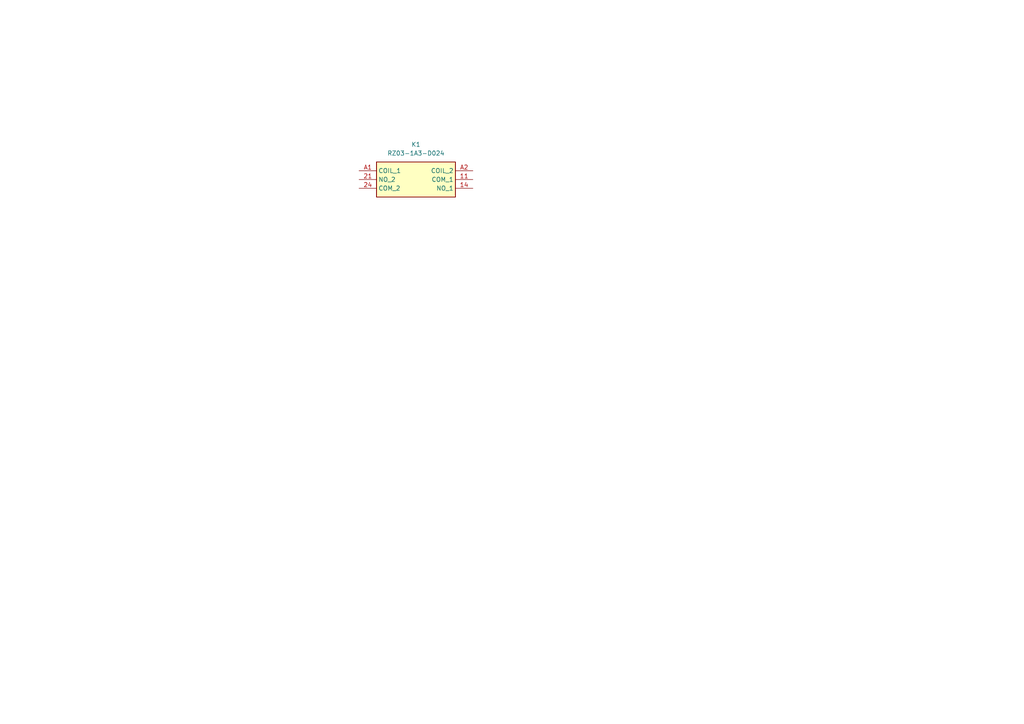
<source format=kicad_sch>
(kicad_sch (version 20250114) (generator "eeschema") (generator_version "9.0")
  (paper "A4")
  (lib_symbols
    (symbol ".Amplifier_Symbols:RZ03-1A3-D024"
      (property "Reference" "K" (at 29.21 7.62 0))
      (property "Value" "RZ03-1A3-D024" (at 29.21 5.08 0))
      (symbol "RZ03-1A3-D024_1_1"
        (rectangle (start 5.08 2.54) (end 27.94 -7.62) (stroke (width 0.254)) (fill (type background)))
        (pin passive line (at 0 0 0) (length 5.08) (name "COIL_1") (number "A1"))
        (pin passive line (at 0 -2.54 0) (length 5.08) (name "NO_2") (number "21"))
        (pin passive line (at 0 -5.08 0) (length 5.08) (name "COM_2") (number "24"))
        (pin passive line (at 33.02 0 180) (length 5.08) (name "COIL_2") (number "A2"))
        (pin passive line (at 33.02 -2.54 180) (length 5.08) (name "COM_1") (number "11"))
        (pin passive line (at 33.02 -5.08 180) (length 5.08) (name "NO_1") (number "14"))
      )
    )
  )
  (symbol (lib_id ".Amplifier_Symbols:RZ03-1A3-D024") (at 104.14 49.53 0) (unit 1)
    (property "Reference" "K1" (at 120.65 41.91 0))
    (property "Value" "RZ03-1A3-D024" (at 120.65 44.45 0))
    (property "Footprint" ".Amplifier Footprints:RZ031A3D024" (effects (hide yes)))
    (property "Datasheet" "https://www.te.com/commerce/DocumentDelivery/DDEController?Action=srchrtrv&DocNm=RZ&DocType=DS&DocLang=English" (effects (hide yes)))
    (property "Description" "General Purpose Relay SPST-NO (1 Form A) 16A 24VDC Coil Through Hole" (effects (hide yes)))
    (property "Height" "15.7" (effects (hide yes)))
    (property "Mouser Part Number" "655-RZ03-1A3-D024" (effects (hide yes)))
    (property "Mouser Price/Stock" "https://www.mouser.co.uk/ProductDetail/TE-Connectivity-Schrack/RZ03-1A3-D024?qs=LBR4qzo5iiSNltGv46u6sg%3D%3D" (effects (hide yes)))
    (property "Manufacturer_Name" "TE Connectivity" (effects (hide yes)))
    (property "Manufacturer_Part_Number" "RZ03-1A3-D024" (effects (hide yes)))
  )
)
</source>
